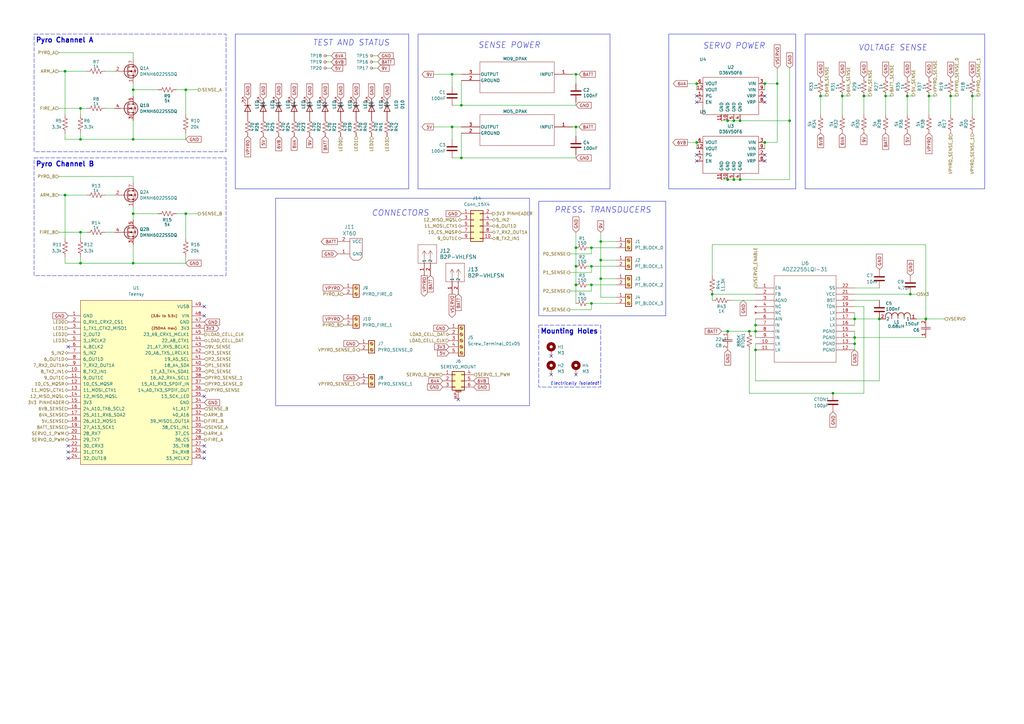
<source format=kicad_sch>
(kicad_sch (version 20231120) (generator "eeschema") (generator_version "8.0")
  (paper "A3")
  (junction (at 323.85 49.53))
  (junction (at 242.57 101.6))
  (junction (at 236.22 52.07))
  (junction (at 26.67 80.01))
  (junction (at 54.61 107.95))
  (junction (at 345.44 39.37))
  (junction (at 189.23 43.18))
  (junction (at 54.61 36.83))
  (junction (at 246.38 99.06))
  (junction (at 185.42 52.07))
  (junction (at 350.52 130.81))
  (junction (at 309.88 133.35))
  (junction (at 318.77 34.29))
  (junction (at 363.22 39.37))
  (junction (at 33.02 107.95))
  (junction (at 236.22 30.48))
  (junction (at 313.69 58.42))
  (junction (at 298.45 135.89))
  (junction (at 54.61 57.15))
  (junction (at 381 39.37))
  (junction (at 303.53 49.53))
  (junction (at 292.1 120.65))
  (junction (at 246.38 106.68))
  (junction (at 285.75 34.29))
  (junction (at 242.57 124.46))
  (junction (at 26.67 29.21))
  (junction (at 33.02 95.25))
  (junction (at 189.23 64.77))
  (junction (at 285.75 58.42))
  (junction (at 236.22 116.84))
  (junction (at 246.38 114.3))
  (junction (at 389.89 39.37))
  (junction (at 242.57 109.22))
  (junction (at 33.02 57.15))
  (junction (at 360.68 130.81))
  (junction (at 379.73 130.81))
  (junction (at 336.55 39.37))
  (junction (at 236.22 109.22))
  (junction (at 76.2 36.83))
  (junction (at 54.61 87.63))
  (junction (at 309.88 135.89))
  (junction (at 313.69 34.29))
  (junction (at 350.52 138.43))
  (junction (at 354.33 39.37))
  (junction (at 76.2 87.63))
  (junction (at 242.57 116.84))
  (junction (at 298.45 49.53))
  (junction (at 298.45 73.66))
  (junction (at 185.42 30.48))
  (junction (at 372.11 39.37))
  (junction (at 341.63 161.29))
  (junction (at 236.22 101.6))
  (junction (at 300.99 49.53))
  (junction (at 398.78 39.37))
  (junction (at 309.88 143.51))
  (junction (at 33.02 44.45))
  (junction (at 303.53 73.66))
  (junction (at 373.38 120.65))
  (junction (at 350.52 140.97))
  (junction (at 307.34 135.89))
  (junction (at 300.99 73.66))
  (no_connect (at 313.69 39.37))
  (no_connect (at 285.75 41.91))
  (no_connect (at 226.06 153.67))
  (no_connect (at 83.82 187.96))
  (no_connect (at 313.69 66.04))
  (no_connect (at 236.22 153.67))
  (no_connect (at 27.94 182.88))
  (no_connect (at 83.82 182.88))
  (no_connect (at 83.82 162.56))
  (no_connect (at 285.75 39.37))
  (no_connect (at 285.75 63.5))
  (no_connect (at 83.82 185.42))
  (no_connect (at 187.96 163.83))
  (no_connect (at 83.82 125.73))
  (no_connect (at 27.94 185.42))
  (no_connect (at 27.94 142.24))
  (no_connect (at 313.69 63.5))
  (no_connect (at 226.06 146.05))
  (no_connect (at 285.75 66.04))
  (no_connect (at 313.69 41.91))
  (no_connect (at 83.82 129.54))
  (no_connect (at 27.94 187.96))
  (wire (pts (xy 133.35 27.94) (xy 135.89 27.94)))
  (wire (pts (xy 152.4 22.86) (xy 154.94 22.86)))
  (wire (pts (xy 236.22 101.6) (xy 236.22 109.22)))
  (wire (pts (xy 341.63 161.29) (xy 307.34 161.29)))
  (wire (pts (xy 24.13 72.39) (xy 54.61 72.39)))
  (wire (pts (xy 152.4 27.94) (xy 154.94 27.94)))
  (wire (pts (xy 246.38 95.25) (xy 246.38 99.06)))
  (wire (pts (xy 285.75 34.29) (xy 285.75 36.83)))
  (wire (pts (xy 233.68 111.76) (xy 242.57 111.76)))
  (wire (pts (xy 389.89 39.37) (xy 389.89 46.99)))
  (wire (pts (xy 54.61 85.09) (xy 54.61 87.63)))
  (wire (pts (xy 233.68 127) (xy 242.57 127)))
  (wire (pts (xy 381 39.37) (xy 381 46.99)))
  (wire (pts (xy 303.53 73.66) (xy 323.85 73.66)))
  (wire (pts (xy 300.99 49.53) (xy 303.53 49.53)))
  (wire (pts (xy 345.44 39.37) (xy 345.44 46.99)))
  (wire (pts (xy 281.94 34.29) (xy 285.75 34.29)))
  (wire (pts (xy 309.88 143.51) (xy 309.88 156.21)))
  (wire (pts (xy 24.13 95.25) (xy 33.02 95.25)))
  (wire (pts (xy 300.99 73.66) (xy 303.53 73.66)))
  (wire (pts (xy 309.88 130.81) (xy 309.88 133.35)))
  (wire (pts (xy 236.22 30.48) (xy 236.22 34.29)))
  (wire (pts (xy 43.18 80.01) (xy 46.99 80.01)))
  (wire (pts (xy 307.34 135.89) (xy 309.88 135.89)))
  (wire (pts (xy 26.67 29.21) (xy 35.56 29.21)))
  (wire (pts (xy 54.61 36.83) (xy 54.61 39.37)))
  (wire (pts (xy 242.57 101.6) (xy 252.73 101.6)))
  (wire (pts (xy 313.69 34.29) (xy 313.69 36.83)))
  (wire (pts (xy 237.49 30.48) (xy 236.22 30.48)))
  (wire (pts (xy 350.52 128.27) (xy 350.52 130.81)))
  (wire (pts (xy 241.3 124.46) (xy 242.57 124.46)))
  (wire (pts (xy 76.2 87.63) (xy 76.2 97.79)))
  (wire (pts (xy 242.57 101.6) (xy 242.57 104.14)))
  (wire (pts (xy 236.22 95.25) (xy 236.22 101.6)))
  (wire (pts (xy 383.54 39.37) (xy 381 39.37)))
  (wire (pts (xy 76.2 54.61) (xy 76.2 57.15)))
  (wire (pts (xy 350.52 123.19) (xy 360.68 123.19)))
  (wire (pts (xy 318.77 34.29) (xy 318.77 58.42)))
  (wire (pts (xy 252.73 106.68) (xy 246.38 106.68)))
  (wire (pts (xy 295.91 73.66) (xy 298.45 73.66)))
  (wire (pts (xy 241.3 101.6) (xy 242.57 101.6)))
  (wire (pts (xy 35.56 44.45) (xy 33.02 44.45)))
  (wire (pts (xy 236.22 64.77) (xy 236.22 63.5)))
  (wire (pts (xy 350.52 118.11) (xy 360.68 118.11)))
  (wire (pts (xy 35.56 95.25) (xy 33.02 95.25)))
  (wire (pts (xy 33.02 44.45) (xy 33.02 46.99)))
  (wire (pts (xy 246.38 99.06) (xy 246.38 106.68)))
  (wire (pts (xy 33.02 107.95) (xy 54.61 107.95)))
  (wire (pts (xy 379.73 100.33) (xy 379.73 130.81)))
  (wire (pts (xy 313.69 58.42) (xy 313.69 60.96)))
  (wire (pts (xy 323.85 49.53) (xy 323.85 73.66)))
  (wire (pts (xy 336.55 39.37) (xy 336.55 46.99)))
  (wire (pts (xy 54.61 34.29) (xy 54.61 36.83)))
  (wire (pts (xy 33.02 95.25) (xy 33.02 97.79)))
  (wire (pts (xy 347.98 39.37) (xy 345.44 39.37)))
  (wire (pts (xy 350.52 120.65) (xy 373.38 120.65)))
  (wire (pts (xy 318.77 58.42) (xy 313.69 58.42)))
  (wire (pts (xy 26.67 107.95) (xy 33.02 107.95)))
  (wire (pts (xy 360.68 130.81) (xy 360.68 156.21)))
  (wire (pts (xy 292.1 113.03) (xy 292.1 100.33)))
  (wire (pts (xy 26.67 105.41) (xy 26.67 107.95)))
  (wire (pts (xy 318.77 27.94) (xy 318.77 34.29)))
  (wire (pts (xy 54.61 87.63) (xy 64.77 87.63)))
  (wire (pts (xy 33.02 57.15) (xy 54.61 57.15)))
  (wire (pts (xy 185.42 30.48) (xy 185.42 35.56)))
  (wire (pts (xy 54.61 107.95) (xy 76.2 107.95)))
  (wire (pts (xy 189.23 43.18) (xy 236.22 43.18)))
  (wire (pts (xy 133.35 25.4) (xy 135.89 25.4)))
  (wire (pts (xy 54.61 36.83) (xy 64.77 36.83)))
  (wire (pts (xy 374.65 39.37) (xy 372.11 39.37)))
  (wire (pts (xy 365.76 39.37) (xy 363.22 39.37)))
  (wire (pts (xy 298.45 49.53) (xy 300.99 49.53)))
  (wire (pts (xy 398.78 39.37) (xy 398.78 46.99)))
  (wire (pts (xy 373.38 120.65) (xy 375.92 120.65)))
  (wire (pts (xy 24.13 29.21) (xy 26.67 29.21)))
  (wire (pts (xy 303.53 49.53) (xy 323.85 49.53)))
  (wire (pts (xy 246.38 106.68) (xy 246.38 114.3)))
  (wire (pts (xy 76.2 105.41) (xy 76.2 107.95)))
  (wire (pts (xy 309.88 135.89) (xy 309.88 138.43)))
  (wire (pts (xy 350.52 125.73) (xy 354.33 125.73)))
  (wire (pts (xy 350.52 135.89) (xy 350.52 138.43)))
  (wire (pts (xy 54.61 87.63) (xy 54.61 90.17)))
  (wire (pts (xy 252.73 121.92) (xy 246.38 121.92)))
  (wire (pts (xy 237.49 52.07) (xy 236.22 52.07)))
  (wire (pts (xy 350.52 130.81) (xy 360.68 130.81)))
  (wire (pts (xy 350.52 130.81) (xy 350.52 133.35)))
  (wire (pts (xy 299.72 123.19) (xy 309.88 123.19)))
  (wire (pts (xy 295.91 135.89) (xy 298.45 135.89)))
  (wire (pts (xy 252.73 99.06) (xy 246.38 99.06)))
  (wire (pts (xy 356.87 39.37) (xy 354.33 39.37)))
  (wire (pts (xy 81.28 87.63) (xy 76.2 87.63)))
  (wire (pts (xy 354.33 161.29) (xy 341.63 161.29)))
  (wire (pts (xy 185.42 30.48) (xy 189.23 30.48)))
  (wire (pts (xy 26.67 80.01) (xy 35.56 80.01)))
  (wire (pts (xy 242.57 109.22) (xy 252.73 109.22)))
  (wire (pts (xy 133.35 22.86) (xy 135.89 22.86)))
  (wire (pts (xy 242.57 116.84) (xy 252.73 116.84)))
  (wire (pts (xy 236.22 116.84) (xy 236.22 124.46)))
  (wire (pts (xy 241.3 109.22) (xy 242.57 109.22)))
  (wire (pts (xy 189.23 64.77) (xy 185.42 64.77)))
  (wire (pts (xy 292.1 120.65) (xy 292.1 123.19)))
  (wire (pts (xy 54.61 57.15) (xy 76.2 57.15)))
  (wire (pts (xy 43.18 44.45) (xy 46.99 44.45)))
  (wire (pts (xy 185.42 52.07) (xy 185.42 57.15)))
  (wire (pts (xy 246.38 114.3) (xy 252.73 114.3)))
  (wire (pts (xy 43.18 29.21) (xy 46.99 29.21)))
  (wire (pts (xy 242.57 124.46) (xy 242.57 127)))
  (wire (pts (xy 292.1 100.33) (xy 379.73 100.33)))
  (wire (pts (xy 295.91 49.53) (xy 298.45 49.53)))
  (wire (pts (xy 54.61 57.15) (xy 54.61 49.53)))
  (wire (pts (xy 398.78 39.37) (xy 401.32 39.37)))
  (wire (pts (xy 242.57 124.46) (xy 252.73 124.46)))
  (wire (pts (xy 152.4 25.4) (xy 154.94 25.4)))
  (wire (pts (xy 236.22 30.48) (xy 234.95 30.48)))
  (wire (pts (xy 242.57 109.22) (xy 242.57 111.76)))
  (wire (pts (xy 24.13 21.59) (xy 54.61 21.59)))
  (wire (pts (xy 241.3 116.84) (xy 242.57 116.84)))
  (wire (pts (xy 363.22 39.37) (xy 363.22 46.99)))
  (wire (pts (xy 350.52 138.43) (xy 379.73 138.43)))
  (wire (pts (xy 246.38 114.3) (xy 246.38 121.92)))
  (wire (pts (xy 33.02 57.15) (xy 33.02 54.61)))
  (wire (pts (xy 72.39 36.83) (xy 76.2 36.83)))
  (wire (pts (xy 236.22 43.18) (xy 236.22 41.91)))
  (wire (pts (xy 233.68 119.38) (xy 242.57 119.38)))
  (wire (pts (xy 292.1 120.65) (xy 309.88 120.65)))
  (wire (pts (xy 177.8 30.48) (xy 185.42 30.48)))
  (wire (pts (xy 281.94 58.42) (xy 285.75 58.42)))
  (wire (pts (xy 318.77 34.29) (xy 313.69 34.29)))
  (wire (pts (xy 81.28 36.83) (xy 76.2 36.83)))
  (wire (pts (xy 26.67 29.21) (xy 26.67 46.99)))
  (wire (pts (xy 189.23 64.77) (xy 236.22 64.77)))
  (wire (pts (xy 298.45 73.66) (xy 300.99 73.66)))
  (wire (pts (xy 54.61 72.39) (xy 54.61 74.93)))
  (wire (pts (xy 354.33 125.73) (xy 354.33 161.29)))
  (wire (pts (xy 177.8 52.07) (xy 185.42 52.07)))
  (wire (pts (xy 307.34 143.51) (xy 307.34 161.29)))
  (wire (pts (xy 372.11 39.37) (xy 372.11 46.99)))
  (wire (pts (xy 189.23 33.02) (xy 189.23 43.18)))
  (wire (pts (xy 379.73 130.81) (xy 387.35 130.81)))
  (wire (pts (xy 189.23 43.18) (xy 185.42 43.18)))
  (wire (pts (xy 26.67 80.01) (xy 26.67 97.79)))
  (wire (pts (xy 285.75 58.42) (xy 285.75 60.96)))
  (wire (pts (xy 242.57 116.84) (xy 242.57 119.38)))
  (wire (pts (xy 350.52 140.97) (xy 350.52 143.51)))
  (wire (pts (xy 26.67 54.61) (xy 26.67 57.15)))
  (wire (pts (xy 379.73 130.81) (xy 375.92 130.81)))
  (wire (pts (xy 24.13 80.01) (xy 26.67 80.01)))
  (wire (pts (xy 298.45 135.89) (xy 307.34 135.89)))
  (wire (pts (xy 309.88 140.97) (xy 309.88 143.51)))
  (wire (pts (xy 354.33 39.37) (xy 354.33 46.99)))
  (wire (pts (xy 309.88 156.21) (xy 360.68 156.21)))
  (wire (pts (xy 33.02 107.95) (xy 33.02 105.41)))
  (wire (pts (xy 24.13 44.45) (xy 33.02 44.45)))
  (wire (pts (xy 236.22 52.07) (xy 234.95 52.07)))
  (wire (pts (xy 236.22 109.22) (xy 236.22 116.84)))
  (wire (pts (xy 189.23 54.61) (xy 189.23 64.77)))
  (wire (pts (xy 236.22 52.07) (xy 236.22 55.88)))
  (wire (pts (xy 350.52 138.43) (xy 350.52 140.97)))
  (wire (pts (xy 54.61 107.95) (xy 54.61 100.33)))
  (wire (pts (xy 76.2 36.83) (xy 76.2 46.99)))
  (wire (pts (xy 43.18 95.25) (xy 46.99 95.25)))
  (wire (pts (xy 389.89 39.37) (xy 392.43 39.37)))
  (wire (pts (xy 26.67 57.15) (xy 33.02 57.15)))
  (wire (pts (xy 185.42 52.07) (xy 189.23 52.07)))
  (wire (pts (xy 54.61 21.59) (xy 54.61 24.13)))
  (wire (pts (xy 72.39 87.63) (xy 76.2 87.63)))
  (wire (pts (xy 309.88 133.35) (xy 309.88 135.89)))
  (wire (pts (xy 339.09 39.37) (xy 336.55 39.37)))
  (wire (pts (xy 323.85 27.94) (xy 323.85 49.53)))
  (wire (pts (xy 233.68 104.14) (xy 242.57 104.14)))
  (rectangle (start 113.03 81.28) (end 217.17 166.37))
  (rectangle (start 13.97 64.77) (end 92.71 113.03) (stroke (width 0) (type dash)))
  (rectangle (start 171.45 13.97) (end 250.19 77.47))
  (rectangle (start 96.52 13.97) (end 167.64 77.47))
  (rectangle (start 330.2 13.97) (end 403.86 77.47))
  (rectangle (start 274.32 13.97) (end 326.39 77.47))
  (rectangle (start 13.97 13.97) (end 92.71 62.23) (stroke (width 0) (type dash)))
  (rectangle (start 220.98 82.55) (end 273.05 129.54))
  (rectangle (start 220.98 133.35) (end 246.38 158.75) (stroke (width 0) (type dash)))
  (text "Mounting Holes" (at 221.615 137.16 0) (effects (font (size 2 2) (thickness 0.4) (bold yes)) (justify left bottom)))
  (text "CONNECTORS" (at 152.4 88.9 0) (effects (font (size 2.3876 2.3876) (italic yes)) (justify left bottom)))
  (text "Pyro Channel B" (at 14.605 68.58 0) (effects (font (size 2 2) (thickness 0.4) (bold yes)) (justify left bottom)))
  (text "TEST AND STATUS\n" (at 128.27 19.05 0) (effects (font (size 2.3876 2.3876) (italic yes)) (justify left bottom)))
  (text "PRESS. TRANSDUCERS" (at 227.33 87.63 0) (effects (font (size 2.3876 2.3876) (italic yes)) (justify left bottom)))
  (text "Electrically isolated!" (at 245.745 158.115 0) (effects (font (size 1.27 1.27) (italic yes)) (justify right bottom)))
  (text "VOLTAGE SENSE" (at 352.044 21.082 0) (effects (font (size 2.3876 2.3876) (italic yes)) (justify left bottom)))
  (text "SENSE POWER\n" (at 196.088 20.066 0) (effects (font (size 2.3876 2.3876) (italic yes)) (justify left bottom)))
  (text "SERVO POWER" (at 288.29 20.32 0) (effects (font (size 2.3876 2.3876) (italic yes)) (justify left bottom)))
  (text "Pyro Channel A" (at 14.605 17.78 0) (effects (font (size 2 2) (thickness 0.4) (bold yes)) (justify left bottom)))
  (global_label "GND" (shape input) (at 83.82 132.08 0) (property "Intersheetrefs" "${INTERSHEET_REFS}" (effects (hide yes))))
  (global_label "9V" (shape output) (at 177.8 30.48 180) (property "Intersheetrefs" "${INTERSHEET_REFS}" (effects (hide yes))))
  (global_label "GND" (shape input) (at 372.11 31.75 90) (property "Intersheetrefs" "${INTERSHEET_REFS}" (effects (hide yes))))
  (global_label "GND" (shape input) (at 398.78 31.75 90) (property "Intersheetrefs" "${INTERSHEET_REFS}" (effects (hide yes))))
  (global_label "6VA" (shape input) (at 181.61 156.21 180) (property "Intersheetrefs" "${INTERSHEET_REFS}" (effects (hide yes))))
  (global_label "GND" (shape input) (at 158.75 40.64 90) (property "Intersheetrefs" "${INTERSHEET_REFS}" (effects (hide yes))))
  (global_label "GND" (shape input) (at 139.7 40.64 90) (property "Intersheetrefs" "${INTERSHEET_REFS}" (effects (hide yes))))
  (global_label "VPYRO" (shape input) (at 140.97 130.81 180) (property "Intersheetrefs" "${INTERSHEET_REFS}" (effects (hide yes))))
  (global_label "GND" (shape input) (at 381 31.75 90) (property "Intersheetrefs" "${INTERSHEET_REFS}" (effects (hide yes))))
  (global_label "GND" (shape input) (at 83.82 165.1 0) (property "Intersheetrefs" "${INTERSHEET_REFS}" (effects (hide yes))))
  (global_label "GND" (shape input) (at 114.3 40.64 90) (property "Intersheetrefs" "${INTERSHEET_REFS}" (effects (hide yes))))
  (global_label "6VB" (shape input) (at 114.3 55.88 270) (property "Intersheetrefs" "${INTERSHEET_REFS}" (effects (hide yes))))
  (global_label "GND" (shape input) (at 27.94 129.54 180) (property "Intersheetrefs" "${INTERSHEET_REFS}" (effects (hide yes))))
  (global_label "GND" (shape input) (at 304.8 123.19 270) (property "Intersheetrefs" "${INTERSHEET_REFS}" (effects (hide yes))))
  (global_label "GND" (shape input) (at 341.63 168.91 270) (property "Intersheetrefs" "${INTERSHEET_REFS}" (effects (hide yes))))
  (global_label "BATT" (shape input) (at 237.49 52.07 0) (property "Intersheetrefs" "${INTERSHEET_REFS}" (effects (hide yes))))
  (global_label "VSERVO" (shape output) (at 185.42 120.65 270) (property "Intersheetrefs" "${INTERSHEET_REFS}" (effects (hide yes))))
  (global_label "BATT" (shape input) (at 133.35 55.88 270) (property "Intersheetrefs" "${INTERSHEET_REFS}" (effects (hide yes))))
  (global_label "5V" (shape input) (at 184.15 144.78 180) (property "Intersheetrefs" "${INTERSHEET_REFS}" (effects (hide yes))))
  (global_label "6VB" (shape input) (at 194.31 156.21 0) (property "Intersheetrefs" "${INTERSHEET_REFS}" (effects (hide yes))))
  (global_label "6VB" (shape output) (at 281.94 58.42 180) (property "Intersheetrefs" "${INTERSHEET_REFS}" (effects (hide yes))))
  (global_label "GND" (shape input) (at 127 40.64 90) (property "Intersheetrefs" "${INTERSHEET_REFS}" (effects (hide yes))))
  (global_label "6VA" (shape output) (at 281.94 34.29 180) (property "Intersheetrefs" "${INTERSHEET_REFS}" (effects (hide yes))))
  (global_label "GND" (shape input) (at 389.89 31.75 90) (property "Intersheetrefs" "${INTERSHEET_REFS}" (effects (hide yes))))
  (global_label "BATT" (shape input) (at 363.22 54.61 270) (property "Intersheetrefs" "${INTERSHEET_REFS}" (effects (hide yes))))
  (global_label "GND" (shape input) (at 147.32 154.94 180) (property "Intersheetrefs" "${INTERSHEET_REFS}" (effects (hide yes))))
  (global_label "BATT" (shape input) (at 187.96 120.65 270) (property "Intersheetrefs" "${INTERSHEET_REFS}" (effects (hide yes))))
  (global_label "9V" (shape input) (at 246.38 95.25 90) (property "Intersheetrefs" "${INTERSHEET_REFS}" (effects (hide yes))))
  (global_label "5V" (shape input) (at 372.11 54.61 270) (property "Intersheetrefs" "${INTERSHEET_REFS}" (effects (hide yes))))
  (global_label "6VA" (shape input) (at 120.65 55.88 270) (property "Intersheetrefs" "${INTERSHEET_REFS}" (effects (hide yes))))
  (global_label "3V3" (shape output) (at 83.82 134.62 0) (property "Intersheetrefs" "${INTERSHEET_REFS}" (effects (hide yes))))
  (global_label "VPYRO" (shape output) (at 173.99 113.03 270) (property "Intersheetrefs" "${INTERSHEET_REFS}" (effects (hide yes))))
  (global_label "6VA" (shape input) (at 135.89 22.86 0) (property "Intersheetrefs" "${INTERSHEET_REFS}" (effects (hide yes))))
  (global_label "GND" (shape input) (at 350.52 143.51 270) (property "Intersheetrefs" "${INTERSHEET_REFS}" (effects (hide yes))))
  (global_label "6VB" (shape input) (at 135.89 25.4 0) (property "Intersheetrefs" "${INTERSHEET_REFS}" (effects (hide yes))))
  (global_label "GND" (shape input) (at 189.23 87.63 180) (property "Intersheetrefs" "${INTERSHEET_REFS}" (effects (hide yes))))
  (global_label "GND" (shape input) (at 146.05 40.64 90) (property "Intersheetrefs" "${INTERSHEET_REFS}" (effects (hide yes))))
  (global_label "GND" (shape input) (at 76.2 57.15 0) (property "Intersheetrefs" "${INTERSHEET_REFS}" (effects (hide yes))))
  (global_label "GND" (shape input) (at 236.22 64.77 0) (property "Intersheetrefs" "${INTERSHEET_REFS}" (effects (hide yes))))
  (global_label "BATT" (shape input) (at 237.49 30.48 0) (property "Intersheetrefs" "${INTERSHEET_REFS}" (effects (hide yes))))
  (global_label "3V3" (shape input) (at 184.15 142.24 180) (property "Intersheetrefs" "${INTERSHEET_REFS}" (effects (hide yes))))
  (global_label "VSERVO" (shape input) (at 318.77 27.94 90) (property "Intersheetrefs" "${INTERSHEET_REFS}" (effects (hide yes))))
  (global_label "GND" (shape input) (at 336.55 31.75 90) (property "Intersheetrefs" "${INTERSHEET_REFS}" (effects (hide yes))))
  (global_label "GND" (shape input) (at 236.22 95.25 90) (property "Intersheetrefs" "${INTERSHEET_REFS}" (effects (hide yes))))
  (global_label "5V" (shape output) (at 177.8 52.07 180) (property "Intersheetrefs" "${INTERSHEET_REFS}" (effects (hide yes))))
  (global_label "GND" (shape input) (at 194.31 158.75 0) (property "Intersheetrefs" "${INTERSHEET_REFS}" (effects (hide yes))))
  (global_label "9V" (shape input) (at 154.94 27.94 0) (property "Intersheetrefs" "${INTERSHEET_REFS}" (effects (hide yes))))
  (global_label "GND" (shape input) (at 360.68 110.49 90) (property "Intersheetrefs" "${INTERSHEET_REFS}" (effects (hide yes))))
  (global_label "GND" (shape input) (at 76.2 107.95 0) (property "Intersheetrefs" "${INTERSHEET_REFS}" (effects (hide yes))))
  (global_label "GND" (shape input) (at 138.43 104.14 180) (property "Intersheetrefs" "${INTERSHEET_REFS}" (effects (hide yes))))
  (global_label "BATT" (shape output) (at 138.43 99.06 180) (property "Intersheetrefs" "${INTERSHEET_REFS}" (effects (hide yes))))
  (global_label "9V" (shape input) (at 127 55.88 270) (property "Intersheetrefs" "${INTERSHEET_REFS}" (effects (hide yes))))
  (global_label "BATT" (shape input) (at 295.91 135.89 180) (property "Intersheetrefs" "${INTERSHEET_REFS}" (effects (hide yes))))
  (global_label "GND" (shape input) (at 107.95 40.64 90) (property "Intersheetrefs" "${INTERSHEET_REFS}" (effects (hide yes))))
  (global_label "VPYRO" (shape input) (at 381 54.61 270) (property "Intersheetrefs" "${INTERSHEET_REFS}" (effects (hide yes))))
  (global_label "GND" (shape input) (at 152.4 40.64 90) (property "Intersheetrefs" "${INTERSHEET_REFS}" (effects (hide yes))))
  (global_label "BATT" (shape input) (at 154.94 25.4 0) (property "Intersheetrefs" "${INTERSHEET_REFS}" (effects (hide yes))))
  (global_label "6VA" (shape input) (at 345.44 54.61 270) (property "Intersheetrefs" "${INTERSHEET_REFS}" (effects (hide yes))))
  (global_label "GND" (shape input) (at 323.85 27.94 90) (property "Intersheetrefs" "${INTERSHEET_REFS}" (effects (hide yes))))
  (global_label "GND" (shape input) (at 101.6 40.64 90) (property "Intersheetrefs" "${INTERSHEET_REFS}" (effects (hide yes))))
  (global_label "GND" (shape input) (at 236.22 43.18 0) (property "Intersheetrefs" "${INTERSHEET_REFS}" (effects (hide yes))))
  (global_label "6VB" (shape input) (at 336.55 54.61 270) (property "Intersheetrefs" "${INTERSHEET_REFS}" (effects (hide yes))))
  (global_label "GND" (shape input) (at 147.32 140.97 180) (property "Intersheetrefs" "${INTERSHEET_REFS}" (effects (hide yes))))
  (global_label "5V" (shape input) (at 135.89 27.94 0) (property "Intersheetrefs" "${INTERSHEET_REFS}" (effects (hide yes))))
  (global_label "VPYRO" (shape input) (at 101.6 55.88 270) (property "Intersheetrefs" "${INTERSHEET_REFS}" (effects (hide yes))))
  (global_label "GND" (shape input) (at 354.33 31.75 90) (property "Intersheetrefs" "${INTERSHEET_REFS}" (effects (hide yes))))
  (global_label "BATT" (shape input) (at 176.53 113.03 270) (property "Intersheetrefs" "${INTERSHEET_REFS}" (effects (hide yes))))
  (global_label "GND" (shape input) (at 120.65 40.64 90) (property "Intersheetrefs" "${INTERSHEET_REFS}" (effects (hide yes))))
  (global_label "GND" (shape input) (at 298.45 143.51 270) (property "Intersheetrefs" "${INTERSHEET_REFS}" (effects (hide yes))))
  (global_label "GND" (shape input) (at 154.94 22.86 0) (property "Intersheetrefs" "${INTERSHEET_REFS}" (effects (hide yes))))
  (global_label "9V" (shape input) (at 354.33 54.61 270) (property "Intersheetrefs" "${INTERSHEET_REFS}" (effects (hide yes))))
  (global_label "GND" (shape input) (at 184.15 134.62 180) (property "Intersheetrefs" "${INTERSHEET_REFS}" (effects (hide yes))))
  (global_label "5V" (shape input) (at 107.95 55.88 270) (property "Intersheetrefs" "${INTERSHEET_REFS}" (effects (hide yes))))
  (global_label "GND" (shape input) (at 133.35 40.64 90) (property "Intersheetrefs" "${INTERSHEET_REFS}" (effects (hide yes))))
  (global_label "GND" (shape input) (at 181.61 158.75 180) (property "Intersheetrefs" "${INTERSHEET_REFS}" (effects (hide yes))))
  (global_label "GND" (shape input) (at 373.38 113.03 90) (property "Intersheetrefs" "${INTERSHEET_REFS}" (effects (hide yes))))
  (global_label "GND" (shape input) (at 363.22 31.75 90) (property "Intersheetrefs" "${INTERSHEET_REFS}" (effects (hide yes))))
  (global_label "GND" (shape input) (at 345.44 31.75 90) (property "Intersheetrefs" "${INTERSHEET_REFS}" (effects (hide yes))))
  (global_label "VPYRO" (shape input) (at 140.97 118.11 180) (property "Intersheetrefs" "${INTERSHEET_REFS}" (effects (hide yes))))
  (hierarchical_label "FIRE_B" (shape input) (at 24.13 95.25 180))
  (hierarchical_label "PYRO_SENSE_0" (shape output) (at 392.43 39.37 90))
  (hierarchical_label "FIRE_A" (shape input) (at 24.13 44.45 180))
  (hierarchical_label "P0_SENSE" (shape output) (at 233.68 104.14 180))
  (hierarchical_label "11_MOSI_CTX1" (shape bidirectional) (at 189.23 92.71 180))
  (hierarchical_label "ARM_B" (shape input) (at 24.13 80.01 180))
  (hierarchical_label "ARM_A" (shape output) (at 83.82 177.8 0))
  (hierarchical_label "P1_SENSE" (shape input) (at 83.82 149.86 0))
  (hierarchical_label "7_RX2_OUT1A" (shape bidirectional) (at 27.94 149.86 180))
  (hierarchical_label "LED2" (shape input) (at 27.94 137.16 180))
  (hierarchical_label "VPYRO_SENSE_0" (shape output) (at 147.32 143.51 180))
  (hierarchical_label "BATT_SENSE" (shape output) (at 365.76 39.37 90))
  (hierarchical_label "6VB_SENSE" (shape input) (at 27.94 167.64 180))
  (hierarchical_label "LOAD_CELL_CLK" (shape input) (at 184.15 139.7 180))
  (hierarchical_label "SENSE_B" (shape output) (at 81.28 87.63 0))
  (hierarchical_label "FIRE_A" (shape output) (at 83.82 180.34 0))
  (hierarchical_label "FIRE_B" (shape output) (at 83.82 172.72 0))
  (hierarchical_label "P2_SENSE" (shape output) (at 233.68 119.38 180))
  (hierarchical_label "5V_SENSE" (shape output) (at 374.65 39.37 90))
  (hierarchical_label "6VA_SENSE" (shape output) (at 347.98 39.37 90))
  (hierarchical_label "9_OUT1C" (shape bidirectional) (at 189.23 97.79 180))
  (hierarchical_label "LED1" (shape input) (at 27.94 134.62 180))
  (hierarchical_label "11_MOSI_CTX1" (shape bidirectional) (at 27.94 160.02 180))
  (hierarchical_label "SERVO_0_PWM" (shape input) (at 181.61 153.67 180))
  (hierarchical_label "SENSE_B" (shape input) (at 83.82 167.64 0))
  (hierarchical_label "6_OUT1D" (shape bidirectional) (at 201.93 92.71 0))
  (hierarchical_label "3V3 PINHEADER" (shape output) (at 201.93 87.63 0))
  (hierarchical_label "LOAD_CELL_CLK" (shape output) (at 83.82 137.16 0))
  (hierarchical_label "8_TX2_IN1" (shape bidirectional) (at 201.93 97.79 0))
  (hierarchical_label "12_MISO_MQSL" (shape bidirectional) (at 27.94 162.56 180))
  (hierarchical_label "VSERVO" (shape input) (at 387.35 130.81 0))
  (hierarchical_label "LOAD_CELL_DAT" (shape bidirectional) (at 184.15 137.16 180))
  (hierarchical_label "P1_SENSE" (shape output) (at 233.68 111.76 180))
  (hierarchical_label "LED3" (shape input) (at 158.75 55.88 270))
  (hierarchical_label "PYRO_A" (shape input) (at 24.13 21.59 180))
  (hierarchical_label "SERVO_1_PWM" (shape output) (at 27.94 177.8 180))
  (hierarchical_label "SERVO_0_PWM" (shape output) (at 27.94 180.34 180))
  (hierarchical_label "P3_SENSE" (shape output) (at 233.68 127 180))
  (hierarchical_label "6VA_SENSE" (shape input) (at 27.94 170.18 180))
  (hierarchical_label "7_RX2_OUT1A" (shape bidirectional) (at 201.93 95.25 0))
  (hierarchical_label "3V3 PINHEADER" (shape output) (at 27.94 165.1 180))
  (hierarchical_label "6VB_SENSE" (shape output) (at 339.09 39.37 90))
  (hierarchical_label "BATT_SENSE" (shape input) (at 27.94 175.26 180))
  (hierarchical_label "9_OUT1C" (shape bidirectional) (at 27.94 154.94 180))
  (hierarchical_label "VPYRO_SENSE_1" (shape input) (at 398.78 54.61 270))
  (hierarchical_label "PYRO_SENSE_1" (shape input) (at 83.82 154.94 0))
  (hierarchical_label "8_TX2_IN1" (shape bidirectional) (at 27.94 152.4 180))
  (hierarchical_label "LED0" (shape input) (at 139.7 55.88 270))
  (hierarchical_label "VPYRO_SENSE" (shape output) (at 383.54 39.37 90))
  (hierarchical_label "VPYRO_SENSE_1" (shape output) (at 147.32 157.48 180))
  (hierarchical_label "SENSE_A" (shape input) (at 83.82 175.26 0))
  (hierarchical_label "SENSE_A" (shape output) (at 81.28 36.83 0))
  (hierarchical_label "SERVO_1_PWM" (shape input) (at 194.31 153.67 0))
  (hierarchical_label "5_IN2" (shape bidirectional) (at 27.94 144.78 180))
  (hierarchical_label "LOAD_CELL_DAT" (shape bidirectional) (at 83.82 139.7 0))
  (hierarchical_label "LED3" (shape input) (at 27.94 139.7 180))
  (hierarchical_label "10_CS_MQSR" (shape bidirectional) (at 27.94 157.48 180))
  (hierarchical_label "10_CS_MQSR" (shape bidirectional) (at 189.23 95.25 180))
  (hierarchical_label "VPYRO_SENSE_0" (shape input) (at 389.89 54.61 270))
  (hierarchical_label "5_IN2" (shape bidirectional) (at 201.93 90.17 0))
  (hierarchical_label "ARM_B" (shape output) (at 83.82 170.18 0))
  (hierarchical_label "12_MISO_MQSL" (shape bidirectional) (at 189.23 90.17 180))
  (hierarchical_label "5V_SENSE" (shape input) (at 27.94 172.72 180))
  (hierarchical_label "LED2" (shape input) (at 152.4 55.88 270))
  (hierarchical_label "5V3" (shape input) (at 375.92 120.65 0))
  (hierarchical_label "6_OUT1D" (shape bidirectional) (at 27.94 147.32 180))
  (hierarchical_label "ARM_A" (shape input) (at 24.13 29.21 180))
  (hierarchical_label "PYRO_B" (shape input) (at 24.13 72.39 180))
  (hierarchical_label "LED1" (shape input) (at 146.05 55.88 270))
  (hierarchical_label "P2_SENSE" (shape input) (at 83.82 147.32 0))
  (hierarchical_label "PYRO_A" (shape input) (at 140.97 120.65 180))
  (hierarchical_label "PYRO_SENSE_1" (shape output) (at 401.32 39.37 90))
  (hierarchical_label "LED0" (shape input) (at 27.94 132.08 180))
  (hierarchical_label "9V_SENSE" (shape output) (at 356.87 39.37 90))
  (hierarchical_label "P3_SENSE" (shape input) (at 83.82 144.78 0))
  (hierarchical_label "PYRO_SENSE_0" (shape input) (at 83.82 157.48 0))
  (hierarchical_label "VSERVO_ENABLE" (shape input) (at 309.88 118.11 90))
  (hierarchical_label "VPYRO_SENSE" (shape input) (at 83.82 160.02 0))
  (hierarchical_label "PYRO_B" (shape input) (at 140.97 133.35 180))
  (hierarchical_label "P0_SENSE" (shape input) (at 83.82 152.4 0))
  (hierarchical_label "9V_SENSE" (shape input) (at 83.82 142.24 0))
  (symbol (lib_id "B2P-VH:B2P-VHLFSN") (at 173.99 113.03 90) (unit 1)
    (property "Reference" "J12" (at 180.34 102.8699 90) (effects (font (size 1.524 1.524)) (justify right)))
    (property "Value" "B2P-VHLFSN" (at 180.34 105.4099 90) (effects (font (size 1.524 1.524)) (justify right)))
    (property "Footprint" "B2P-VH:CONN_B2P-VH_JST" (effects (hide yes)))
    (property "Datasheet" "B2P-VHLFSN" (effects (hide yes)))
  )
  (symbol (lib_id "Connector:TestPoint_Small") (at 152.4 27.94 0) (mirror y) (unit 1)
    (property "Reference" "TP17" (at 151.13 27.94 0) (effects (justify left)))
    (property "Value" "TEST_9V" (effects (hide yes)))
    (property "Footprint" "TestPoint:TestPoint_Pad_D1.0mm" (effects (hide yes)))
  )
  (symbol (lib_id "Device:R_US") (at 398.78 35.56 180) (unit 1)
    (property "Reference" "R18" (at 394.97 35.56 90))
    (property "Value" "1k" (at 396.875 35.56 90))
    (property "Footprint" "Resistor_SMD:R_0603_1608Metric" (effects (hide yes)))
  )
  (symbol (lib_id "D24V50F5:C") (at 236.22 38.1 0) (unit 1)
    (property "Reference" "C2" (at 239.141 36.9316 0) (effects (justify left)))
    (property "Value" "100nF" (at 239.141 39.243 0) (effects (justify left)))
    (property "Footprint" "Capacitor_SMD:C_0805_2012Metric_Pad1.18x1.45mm_HandSolder" (effects (hide yes)))
  )
  (symbol (lib_id "Device:LED") (at 139.7 44.45 270) (unit 1)
    (property "Reference" "D7" (at 146.05 42.8625 0))
    (property "Value" "LED" (at 143.51 42.8625 0))
    (property "Footprint" "LED_SMD:LED_0603_1608Metric" (effects (hide yes)))
  )
  (symbol (lib_id "Connector:Screw_Terminal_01x05") (at 189.23 139.7 0) (unit 1)
    (property "Reference" "J5" (at 191.77 138.43 0) (effects (justify left)))
    (property "Value" "Screw_Terminal_01x05" (at 191.77 140.97 0) (effects (justify left)))
    (property "Footprint" "TerminalBlock_Phoenix:TerminalBlock_Phoenix_MPT-0,5-5-2.54_1x05_P2.54mm_Horizontal" (effects (hide yes)))
  )
  (symbol (lib_id "Device:R_US") (at 398.78 50.8 180) (unit 1)
    (property "Reference" "R20" (at 396.24 50.8 90))
    (property "Value" "5k" (at 394.335 50.8 90))
    (property "Footprint" "Resistor_SMD:R_0603_1608Metric" (effects (hide yes)))
  )
  (symbol (lib_id "Device:C") (at 373.38 116.84 0) (unit 1)
    (property "Reference" "C9" (at 368.046 115.57 0) (effects (justify left)))
    (property "Value" "4.7uF" (at 368.046 118.11 0) (effects (justify left)))
    (property "Footprint" "Capacitor_SMD:C_0805_2012Metric_Pad1.18x1.45mm_HandSolder" (effects (hide yes)))
    (property "Description" "Unpolarized capacitor" (effects (hide yes)))
  )
  (symbol (lib_id "Transistor_FET_Diodes:DMNH6022SSDQ") (at 54.61 44.45 0) (unit 2)
    (property "Reference" "Q1" (at 57.277 43.2379 0) (effects (justify left)))
    (property "Value" "DMNH6022SSDQ" (at 57.277 45.6621 0) (effects (justify left)))
    (property "Footprint" "Package_SO:SO-8_3.9x4.9mm_P1.27mm" (effects (hide yes)))
    (property "Datasheet" "https://www.diodes.com/assets/Datasheets/DMNH6022SSDQ.pdf" (effects (hide yes)))
  )
  (symbol (lib_id "D24V50F5:C") (at 185.42 60.96 0) (unit 1)
    (property "Reference" "C3" (at 180.086 59.436 0) (effects (justify left)))
    (property "Value" "100nF" (at 176.784 61.976 0) (effects (justify left)))
    (property "Footprint" "Capacitor_SMD:C_0805_2012Metric_Pad1.18x1.45mm_HandSolder" (effects (hide yes)))
  )
  (symbol (lib_id "Transistor_FET_Diodes:DMNH6022SSDQ") (at 54.61 29.21 0) (unit 1)
    (property "Reference" "Q1" (at 57.277 27.9979 0) (effects (justify left)))
    (property "Value" "DMNH6022SSDQ" (at 57.277 30.4221 0) (effects (justify left)))
    (property "Footprint" "Package_SO:SO-8_3.9x4.9mm_P1.27mm" (effects (hide yes)))
    (property "Datasheet" "https://www.diodes.com/assets/Datasheets/DMNH6022SSDQ.pdf" (effects (hide yes)))
  )
  (symbol (lib_id "Device:R_US") (at 345.44 50.8 180) (unit 1)
    (property "Reference" "R32" (at 342.9 50.8 90))
    (property "Value" "5k" (at 340.995 50.8 90))
    (property "Footprint" "Resistor_SMD:R_0603_1608Metric" (effects (hide yes)))
  )
  (symbol (lib_id "A0Z2255LQI:AOZ2255LQI-31") (at 309.88 118.11 0) (unit 1)
    (property "Reference" "U6" (at 330.2 107.95 0) (effects (font (size 1.524 1.524))))
    (property "Value" "AOZ2255LQI-31" (at 330.2 110.49 0) (effects (font (size 1.524 1.524))))
    (property "Footprint" "QFN_4X4_22L-EP2_S_AOS" (effects (hide yes)))
    (property "Datasheet" "AOZ2255LQI-31" (effects (hide yes)))
  )
  (symbol (lib_id "Connector:Screw_Terminal_01x02") (at 146.05 130.81 0) (unit 1)
    (property "Reference" "J10" (at 148.59 130.81 0) (effects (justify left)))
    (property "Value" "PYRO_FIRE_1" (at 148.59 133.35 0) (effects (justify left)))
    (property "Footprint" "TerminalBlock_Phoenix:TerminalBlock_Phoenix_MPT-0,5-2-2.54_1x02_P2.54mm_Horizontal" (effects (hide yes)))
  )
  (symbol (lib_id "teensy:Teensy4.1_bare") (at 55.88 184.15 0) (unit 1)
    (property "Reference" "U1" (at 55.88 118.11 0))
    (property "Value" "Teensy" (at 55.88 120.65 0))
    (property "Footprint" "Teensy:Teensy41_bare_pins" (effects (hide yes)))
    (property "Datasheet" "https://www.pjrc.com/store/teensy41.html" (effects (hide yes)))
  )
  (symbol (lib_id "Device:R_US") (at 101.6 52.07 0) (unit 1)
    (property "Reference" "R26" (at 105.41 52.07 90))
    (property "Value" "470" (at 103.505 52.07 90))
    (property "Footprint" "Resistor_SMD:R_0603_1608Metric" (effects (hide yes)))
  )
  (symbol (lib_id "Device:LED") (at 158.75 44.45 270) (unit 1)
    (property "Reference" "D10" (at 165.1 42.8625 0))
    (property "Value" "LED" (at 162.56 42.8625 0))
    (property "Footprint" "LED_SMD:LED_0603_1608Metric" (effects (hide yes)))
  )
  (symbol (lib_id "Device:LED") (at 101.6 44.45 270) (unit 1)
    (property "Reference" "D6" (at 107.95 42.8625 0))
    (property "Value" "LED" (at 105.41 42.8625 0))
    (property "Footprint" "LED_SMD:LED_0603_1608Metric" (effects (hide yes)))
  )
  (symbol (lib_id "D36V50F6:D36V50F6") (at 299.72 54.61 0) (mirror y) (unit 1)
    (property "Reference" "U3" (at 299.72 51.689 0))
    (property "Value" "D36V50F6" (at 299.72 54.0004 0))
    (property "Footprint" "Pololu:D36V50F6-TARS" (effects (hide yes)))
  )
  (symbol (lib_id "Connector:Screw_Terminal_01x02") (at 257.81 106.68 0) (unit 1)
    (property "Reference" "J2" (at 260.35 106.68 0) (effects (justify left)))
    (property "Value" "PT_BLOCK_1" (at 260.35 109.22 0) (effects (justify left)))
    (property "Footprint" "TerminalBlock_Phoenix:TerminalBlock_Phoenix_MPT-0,5-2-2.54_1x02_P2.54mm_Horizontal" (effects (hide yes)))
  )
  (symbol (lib_id "Device:R_US") (at 336.55 50.8 180) (unit 1)
    (property "Reference" "R34" (at 334.01 50.8 90))
    (property "Value" "5k" (at 332.105 50.8 90))
    (property "Footprint" "Resistor_SMD:R_0603_1608Metric" (effects (hide yes)))
  )
  (symbol (lib_id "Device:R_US") (at 68.58 87.63 270) (unit 1)
    (property "Reference" "R15" (at 68.58 90.17 90))
    (property "Value" "5k" (at 68.58 92.075 90))
    (property "Footprint" "Resistor_SMD:R_0603_1608Metric" (effects (hide yes)))
  )
  (symbol (lib_id "D24V50F5:C") (at 360.68 127 0) (unit 1)
    (property "Reference" "C5" (at 363.22 124.46 0) (effects (justify left)))
    (property "Value" "100nF" (at 363.22 126.7714 0) (effects (justify left)))
    (property "Footprint" "Capacitor_SMD:C_0805_2012Metric_Pad1.18x1.45mm_HandSolder" (effects (hide yes)))
  )
  (symbol (lib_id "Device:R_US") (at 39.37 80.01 90) (unit 1)
    (property "Reference" "R13" (at 39.37 76.2 90))
    (property "Value" "1k" (at 39.37 78.105 90))
    (property "Footprint" "Resistor_SMD:R_0603_1608Metric" (effects (hide yes)))
  )
  (symbol (lib_id "Device:LED") (at 120.65 44.45 270) (unit 1)
    (property "Reference" "D3" (at 127 42.8625 0))
    (property "Value" "LED" (at 124.46 42.8625 0))
    (property "Footprint" "LED_SMD:LED_0603_1608Metric" (effects (hide yes)))
  )
  (symbol (lib_id "IHLP3232DZERR68M01:IHLP3232DZERR68M01") (at 360.68 130.81 0) (unit 1)
    (property "Reference" "L1" (at 367.792 132.08 0))
    (property "Value" "0.68uH" (at 367.538 133.858 0))
    (property "Footprint" "IHLP3232DZERR68M01:IND_IHLP-3232DZ_VIS" (effects (hide yes)))
    (property "Datasheet" "IHLP3232DZERR68M01" (effects (hide yes)))
    (property "Description" "Inductor" (effects (hide yes)))
  )
  (symbol (lib_id "MC78M05BDTRKG:MC78M05BDTRKG") (at 234.95 52.07 0) (mirror y) (unit 1)
    (property "Reference" "U5" (at 288.29 45.9232 0))
    (property "Value" "MO5_DPAK" (at 211.328 45.72 0))
    (property "Footprint" "MC78M05BDTRKG:DPAK-3_ONS" (effects (hide yes)))
    (property "Datasheet" "MC78M05BDTRKG" (effects (hide yes)))
  )
  (symbol (lib_id "Device:LED") (at 146.05 44.45 270) (unit 1)
    (property "Reference" "D8" (at 152.4 42.8625 0))
    (property "Value" "LED" (at 149.86 42.8625 0))
    (property "Footprint" "LED_SMD:LED_0603_1608Metric" (effects (hide yes)))
  )
  (symbol (lib_id "D24V50F5:C") (at 236.22 59.69 0) (unit 1)
    (property "Reference" "C4" (at 239.141 58.5216 0) (effects (justify left)))
    (property "Value" "100nF" (at 239.141 60.833 0) (effects (justify left)))
    (property "Footprint" "Capacitor_SMD:C_0805_2012Metric_Pad1.18x1.45mm_HandSolder" (effects (hide yes)))
  )
  (symbol (lib_id "Device:R_US") (at 389.89 35.56 180) (unit 1)
    (property "Reference" "R19" (at 386.08 35.56 90))
    (property "Value" "1k" (at 387.985 35.56 90))
    (property "Footprint" "Resistor_SMD:R_0603_1608Metric" (effects (hide yes)))
  )
  (symbol (lib_id "Device:R_US") (at 295.91 123.19 270) (unit 1)
    (property "Reference" "R43" (at 295.91 125.73 90))
    (property "Value" "1K" (at 295.91 127.635 90))
    (property "Footprint" "Resistor_SMD:R_0603_1608Metric" (effects (hide yes)))
  )
  (symbol (lib_id "Connector:Screw_Terminal_01x02") (at 146.05 118.11 0) (unit 1)
    (property "Reference" "J9" (at 148.59 118.11 0) (effects (justify left)))
    (property "Value" "PYRO_FIRE_0" (at 148.59 120.65 0) (effects (justify left)))
    (property "Footprint" "TerminalBlock_Phoenix:TerminalBlock_Phoenix_MPT-0,5-2-2.54_1x02_P2.54mm_Horizontal" (effects (hide yes)))
  )
  (symbol (lib_id "Device:R_US") (at 33.02 101.6 0) (unit 1)
    (property "Reference" "R12" (at 34.29 100.33 0) (effects (justify left)))
    (property "Value" "3.3k" (at 34.29 102.87 0) (effects (justify left)))
    (property "Footprint" "Resistor_SMD:R_0603_1608Metric" (effects (hide yes)))
  )
  (symbol (lib_id "Device:R_US") (at 158.75 52.07 0) (unit 1)
    (property "Reference" "R42" (at 162.56 52.07 90))
    (property "Value" "470" (at 160.655 52.07 90))
    (property "Footprint" "Resistor_SMD:R_0603_1608Metric" (effects (hide yes)))
  )
  (symbol (lib_id "D36V50F6:D36V50F6") (at 299.72 30.48 0) (mirror y) (unit 1)
    (property "Reference" "U2" (at 299.72 27.559 0))
    (property "Value" "D36V50F6" (at 299.72 29.8704 0))
    (property "Footprint" "Pololu:D36V50F6-TARS" (effects (hide yes)))
  )
  (symbol (lib_id "XT60:XT60") (at 146.05 101.6 0) (mirror x) (unit 1)
    (property "Reference" "J11" (at 143.3068 93.0402 0) (effects (font (size 1.524 1.524))))
    (property "Value" "XT60" (at 143.3068 95.7326 0) (effects (font (size 1.524 1.524))))
    (property "Footprint" "Connector_AMASS:AMASS_XT60-M_1x02_P7.20mm_Vertical" (effects (hide yes)))
  )
  (symbol (lib_id "Device:R_US") (at 39.37 95.25 90) (unit 1)
    (property "Reference" "R14" (at 39.37 91.44 90))
    (property "Value" "1k" (at 39.37 93.345 90))
    (property "Footprint" "Resistor_SMD:R_0603_1608Metric" (effects (hide yes)))
  )
  (symbol (lib_id "Device:R_US") (at 26.67 101.6 0) (unit 1)
    (property "Reference" "R11" (at 25.4 100.33 0) (effects (justify right)))
    (property "Value" "3.3k" (at 25.4 102.87 0) (effects (justify right)))
    (property "Footprint" "Resistor_SMD:R_0603_1608Metric" (effects (hide yes)))
  )
  (symbol (lib_id "Mechanical:MountingHole_Pad") (at 226.06 143.51 0) (unit 1)
    (property "Reference" "H1" (at 228.6 142.2979 0) (effects (justify left)))
    (property "Value" "M3" (at 228.6 144.7221 0) (effects (justify left)))
    (property "Footprint" "MountingHole:MountingHole_3.2mm_M3_Pad_Via" (effects (hide yes)))
  )
  (symbol (lib_id "Connector:TestPoint_Small") (at 133.35 25.4 0) (mirror y) (unit 1)
    (property "Reference" "TP19" (at 132.08 25.4 0) (effects (justify left)))
    (property "Value" "TEST_9V" (effects (hide yes)))
    (property "Footprint" "TestPoint:TestPoint_Pad_D1.0mm" (effects (hide yes)))
  )
  (symbol (lib_id "Device:R_US") (at 33.02 50.8 0) (unit 1)
    (property "Reference" "R6" (at 34.29 49.53 0) (effects (justify left)))
    (property "Value" "3.3k" (at 34.29 52.07 0) (effects (justify left)))
    (property "Footprint" "Resistor_SMD:R_0603_1608Metric" (effects (hide yes)))
  )
  (symbol (lib_id "EEEFK1H151P:EEE-FK1H151P") (at 379.73 138.43 90) (unit 1)
    (property "Reference" "C6" (at 377.19 135.382 90) (effects (justify left)))
    (property "Value" "150uF" (at 377.19 132.842 90) (effects (justify left)))
    (property "Footprint" "EEKFK1H151P:CAP_EEE-FK1H151P_PAN" (effects (hide yes)))
    (property "Datasheet" "EEE-FK1H151P" (effects (hide yes)))
    (property "Description" "Unpolarized capacitor" (effects (hide yes)))
  )
  (symbol (lib_id "Connector_Generic:Conn_02x05_Odd_Even") (at 194.31 92.71 0) (unit 1)
    (property "Reference" "J14" (at 195.58 81.28 0))
    (property "Value" "Conn_15X4" (at 195.58 83.82 0))
    (property "Footprint" "Connector_PinHeader_2.54mm:PinHeader_2x05_P2.54mm_Vertical" (effects (hide yes)))
    (property "Description" "Generic connector, double row, 02x05, odd/even pin numbering scheme (row 1 odd numbers, row 2 even numbers), script generated (kicad-library-utils/schlib/autogen/connector/)" (effects (hide yes)))
  )
  (symbol (lib_id "Device:R_US") (at 127 52.07 0) (unit 1)
    (property "Reference" "R22" (at 130.81 52.07 90))
    (property "Value" "470" (at 128.905 52.07 90))
    (property "Footprint" "Resistor_SMD:R_0603_1608Metric" (effects (hide yes)))
  )
  (symbol (lib_id "Device:R_US") (at 354.33 35.56 180) (unit 1)
    (property "Reference" "R29" (at 350.52 35.56 90))
    (property "Value" "1k" (at 352.425 35.56 90))
    (property "Footprint" "Resistor_SMD:R_0603_1608Metric" (effects (hide yes)))
  )
  (symbol (lib_id "Device:R_US") (at 39.37 44.45 90) (unit 1)
    (property "Reference" "R8" (at 39.37 40.64 90))
    (property "Value" "1k" (at 39.37 42.545 90))
    (property "Footprint" "Resistor_SMD:R_0603_1608Metric" (effects (hide yes)))
  )
  (symbol (lib_id "Device:R_US") (at 76.2 101.6 180) (unit 1)
    (property "Reference" "R16" (at 78.105 100.33 0) (effects (justify right)))
    (property "Value" "20k" (at 78.105 102.87 0) (effects (justify right)))
    (property "Footprint" "Resistor_SMD:R_0603_1608Metric" (effects (hide yes)))
  )
  (symbol (lib_id "Device:LED") (at 133.35 44.45 270) (unit 1)
    (property "Reference" "D1" (at 139.7 42.8625 0))
    (property "Value" "LED" (at 137.16 42.8625 0))
    (property "Footprint" "LED_SMD:LED_0603_1608Metric" (effects (hide yes)))
  )
  (symbol (lib_id "Connector:Screw_Terminal_01x02") (at 152.4 140.97 0) (unit 1)
    (property "Reference" "J7" (at 154.94 140.97 0) (effects (justify left)))
    (property "Value" "PYRO_SENSE_0" (at 154.94 143.51 0) (effects (justify left)))
    (property "Footprint" "TerminalBlock_Phoenix:TerminalBlock_Phoenix_MPT-0,5-2-2.54_1x02_P2.54mm_Horizontal" (effects (hide yes)))
  )
  (symbol (lib_id "Device:R_US") (at 363.22 35.56 180) (unit 1)
    (property "Reference" "R27" (at 359.41 35.56 90))
    (property "Value" "1k" (at 361.315 35.56 90))
    (property "Footprint" "Resistor_SMD:R_0603_1608Metric" (effects (hide yes)))
  )
  (symbol (lib_id "Device:R_US") (at 381 50.8 180) (unit 1)
    (property "Reference" "R38" (at 378.46 50.8 90))
    (property "Value" "5k" (at 376.555 50.8 90))
    (property "Footprint" "Resistor_SMD:R_0603_1608Metric" (effects (hide yes)))
  )
  (symbol (lib_id "D24V50F5:R_Small_US") (at 238.76 109.22 90) (unit 1)
    (property "Reference" "R2" (at 240.03 105.41 90) (effects (justify left)))
    (property "Value" "150" (at 240.665 107.315 90) (effects (justify left)))
    (property "Footprint" "Resistor_SMD:R_0603_1608Metric" (effects (hide yes)))
  )
  (symbol (lib_id "D24V50F5:R_Small_US") (at 238.76 124.46 90) (unit 1)
    (property "Reference" "R4" (at 240.03 120.65 90) (effects (justify left)))
    (property "Value" "150" (at 240.665 122.555 90) (effects (justify left)))
    (property "Footprint" "Resistor_SMD:R_0603_1608Metric" (effects (hide yes)))
  )
  (symbol (lib_id "Mechanical:MountingHole_Pad") (at 236.22 151.13 0) (unit 1)
    (property "Reference" "H4" (at 238.76 149.9179 0) (effects (justify left)))
    (property "Value" "M3" (at 238.76 152.3421 0) (effects (justify left)))
    (property "Footprint" "MountingHole:MountingHole_3.2mm_M3_Pad_Via" (effects (hide yes)))
  )
  (symbol (lib_id "Device:R_US") (at 345.44 35.56 180) (unit 1)
    (property "Reference" "R31" (at 341.63 35.56 90))
    (property "Value" "1k" (at 343.535 35.56 90))
    (property "Footprint" "Resistor_SMD:R_0603_1608Metric" (effects (hide yes)))
  )
  (symbol (lib_id "Device:R_US") (at 146.05 52.07 0) (unit 1)
    (property "Reference" "R40" (at 149.86 52.07 90))
    (property "Value" "470" (at 147.955 52.07 90))
    (property "Footprint" "Resistor_SMD:R_0603_1608Metric" (effects (hide yes)))
  )
  (symbol (lib_id "D24V50F5:R_Small_US") (at 238.76 116.84 90) (unit 1)
    (property "Reference" "R3" (at 240.03 113.03 90) (effects (justify left)))
    (property "Value" "150" (at 240.665 114.935 90) (effects (justify left)))
    (property "Footprint" "Resistor_SMD:R_0603_1608Metric" (effects (hide yes)))
  )
  (symbol (lib_id "Device:R_US") (at 39.37 29.21 90) (unit 1)
    (property "Reference" "R7" (at 39.37 25.4 90))
    (property "Value" "1k" (at 39.37 27.305 90))
    (property "Footprint" "Resistor_SMD:R_0603_1608Metric" (effects (hide yes)))
  )
  (symbol (lib_id "Connector:Screw_Terminal_01x02") (at 257.81 99.06 0) (unit 1)
    (property "Reference" "J1" (at 260.35 99.06 0) (effects (justify left)))
    (property "Value" "PT_BLOCK_0" (at 260.35 101.6 0) (effects (justify left)))
    (property "Footprint" "TerminalBlock_Phoenix:TerminalBlock_Phoenix_MPT-0,5-2-2.54_1x02_P2.54mm_Horizontal" (effects (hide yes)))
  )
  (symbol (lib_id "CL21A226MAYNNNE:CL21A226MAYNNNE") (at 298.45 135.89 270) (unit 1)
    (property "Reference" "C8" (at 293.37 141.732 90) (effects (justify left)))
    (property "Value" "22uF" (at 293.37 139.192 90) (effects (justify left)))
    (property "Footprint" "CL21A226MAYNNNE:CAP_CL_21_SAM" (effects (hide yes)))
    (property "Datasheet" "CL21A226MAYNNNE" (effects (hide yes)))
    (property "Description" "Unpolarized capacitor" (effects (hide yes)))
  )
  (symbol (lib_id "Device:LED") (at 127 44.45 270) (unit 1)
    (property "Reference" "D2" (at 133.35 42.8625 0))
    (property "Value" "LED" (at 130.81 42.8625 0))
    (property "Footprint" "LED_SMD:LED_0603_1608Metric" (effects (hide yes)))
  )
  (symbol (lib_id "Device:R_US") (at 336.55 35.56 180) (unit 1)
    (property "Reference" "R33" (at 332.74 35.56 90))
    (property "Value" "1k" (at 334.645 35.56 90))
    (property "Footprint" "Resistor_SMD:R_0603_1608Metric" (effects (hide yes)))
  )
  (symbol (lib_id "Device:LED") (at 152.4 44.45 270) (unit 1)
    (property "Reference" "D9" (at 158.75 42.8625 0))
    (property "Value" "LED" (at 156.21 42.8625 0))
    (property "Footprint" "LED_SMD:LED_0603_1608Metric" (effects (hide yes)))
  )
  (symbol (lib_id "Device:R_US") (at 307.34 139.7 180) (unit 1)
    (property "Reference" "RTON1" (at 304.8 139.7 90))
    (property "Value" "880K" (at 303.022 139.7 90))
    (property "Footprint" "Resistor_SMD:R_0603_1608Metric" (effects (hide yes)))
  )
  (symbol (lib_id "Mechanical:MountingHole_Pad") (at 226.06 151.13 0) (unit 1)
    (property "Reference" "H2" (at 228.6 149.9179 0) (effects (justify left)))
    (property "Value" "M3" (at 228.6 152.3421 0) (effects (justify left)))
    (property "Footprint" "MountingHole:MountingHole_3.2mm_M3_Pad_Via" (effects (hide yes)))
  )
  (symbol (lib_id "Device:R_US") (at 68.58 36.83 270) (unit 1)
    (property "Reference" "R9" (at 68.58 39.37 90))
    (property "Value" "5k" (at 68.58 41.275 90))
    (property "Footprint" "Resistor_SMD:R_0603_1608Metric" (effects (hide yes)))
  )
  (symbol (lib_id "Device:R_US") (at 372.11 35.56 180) (unit 1)
    (property "Reference" "R35" (at 368.3 35.56 90))
    (property "Value" "1k" (at 370.205 35.56 90))
    (property "Footprint" "Resistor_SMD:R_0603_1608Metric" (effects (hide yes)))
  )
  (symbol (lib_id "Connector:TestPoint_Small") (at 133.35 22.86 0) (mirror y) (unit 1)
    (property "Reference" "TP18" (at 132.08 22.86 0) (effects (justify left)))
    (property "Value" "TEST_9V" (effects (hide yes)))
    (property "Footprint" "TestPoint:TestPoint_Pad_D1.0mm" (effects (hide yes)))
  )
  (symbol (lib_id "Device:LED") (at 114.3 44.45 270) (unit 1)
    (property "Reference" "D4" (at 120.65 42.8625 0))
    (property "Value" "LED" (at 118.11 42.8625 0))
    (property "Footprint" "LED_SMD:LED_0603_1608Metric" (effects (hide yes)))
  )
  (symbol (lib_id "Device:R_US") (at 152.4 52.07 0) (unit 1)
    (property "Reference" "R41" (at 156.21 52.07 90))
    (property "Value" "470" (at 154.305 52.07 90))
    (property "Footprint" "Resistor_SMD:R_0603_1608Metric" (effects (hide yes)))
  )
  (symbol (lib_id "Connector:TestPoint_Small") (at 133.35 27.94 0) (mirror y) (unit 1)
    (property "Reference" "TP20" (at 132.08 27.94 0) (effects (justify left)))
    (property "Value" "TEST_9V" (effects (hide yes)))
    (property "Footprint" "TestPoint:TestPoint_Pad_D1.0mm" (effects (hide yes)))
  )
  (symbol (lib_id "D24V50F5:C") (at 185.42 39.37 0) (unit 1)
    (property "Reference" "C1" (at 180.086 37.846 0) (effects (justify left)))
    (property "Value" "100nF" (at 176.784 40.386 0) (effects (justify left)))
    (property "Footprint" "Capacitor_SMD:C_0805_2012Metric_Pad1.18x1.45mm_HandSolder" (effects (hide yes)))
  )
  (symbol (lib_id "Device:R_US") (at 114.3 52.07 0) (unit 1)
    (property "Reference" "R24" (at 118.11 52.07 90))
    (property "Value" "470" (at 116.205 52.07 90))
    (property "Footprint" "Resistor_SMD:R_0603_1608Metric" (effects (hide yes)))
  )
  (symbol (lib_id "Device:R_US") (at 133.35 52.07 0) (unit 1)
    (property "Reference" "R21" (at 137.16 52.07 90))
    (property "Value" "470" (at 135.255 52.07 90))
    (property "Footprint" "Resistor_SMD:R_0603_1608Metric" (effects (hide yes)))
  )
  (symbol (lib_id "Device:R_US") (at 26.67 50.8 0) (unit 1)
    (property "Reference" "R5" (at 25.4 49.53 0) (effects (justify right)))
    (property "Value" "3.3k" (at 25.4 52.07 0) (effects (justify right)))
    (property "Footprint" "Resistor_SMD:R_0603_1608Metric" (effects (hide yes)))
  )
  (symbol (lib_id "Connector:Screw_Terminal_01x02") (at 257.81 114.3 0) (unit 1)
    (property "Reference" "J3" (at 260.35 114.3 0) (effects (justify left)))
    (property "Value" "PT_BLOCK_2" (at 260.35 116.84 0) (effects (justify left)))
    (property "Footprint" "TerminalBlock_Phoenix:TerminalBlock_Phoenix_MPT-0,5-2-2.54_1x02_P2.54mm_Horizontal" (effects (hide yes)))
  )
  (symbol (lib_id "Device:R_US") (at 292.1 116.84 0) (unit 1)
    (property "Reference" "R44" (at 294.64 116.84 90))
    (property "Value" "11.3K" (at 296.545 116.84 90))
    (property "Footprint" "Resistor_SMD:R_0603_1608Metric" (effects (hide yes)))
  )
  (symbol (lib_id "Device:R_US") (at 381 35.56 180) (unit 1)
    (property "Reference" "R37" (at 377.19 35.56 90))
    (property "Value" "1k" (at 379.095 35.56 90))
    (property "Footprint" "Resistor_SMD:R_0603_1608Metric" (effects (hide yes)))
  )
  (symbol (lib_id "Connector:TestPoint_Small") (at 152.4 25.4 0) (mirror y) (unit 1)
    (property "Reference" "TP16" (at 151.13 25.4 0) (effects (justify left)))
    (property "Value" "TEST_9V" (effects (hide yes)))
    (property "Footprint" "TestPoint:TestPoint_Pad_D1.0mm" (effects (hide yes)))
  )
  (symbol (lib_id "Device:C") (at 341.63 165.1 0) (unit 1)
    (property "Reference" "CTON1" (at 333.756 163.83 0) (effects (justify left)))
    (property "Value" "100pF" (at 333.756 166.37 0) (effects (justify left)))
    (property "Footprint" "Capacitor_SMD:C_0805_2012Metric_Pad1.18x1.45mm_HandSolder" (effects (hide yes)))
    (property "Description" "Unpolarized capacitor" (effects (hide yes)))
  )
  (symbol (lib_id "MC78M09BDTRKG:MC78M09BDTRKG") (at 234.95 30.48 0) (mirror y) (unit 1)
    (property "Reference" "U4" (at 288.29 24.3332 0))
    (property "Value" "MO9_DPAK" (at 211.328 24.13 0))
    (property "Footprint" "MC78M09BDTRKG:DPAK-3_ONS" (effects (hide yes)))
    (property "Datasheet" "MC78M09BDTRKG" (effects (hide yes)))
  )
  (symbol (lib_id "Connector:Screw_Terminal_01x02") (at 257.81 121.92 0) (unit 1)
    (property "Reference" "J4" (at 260.35 121.92 0) (effects (justify left)))
    (property "Value" "PT_BLOCK_3" (at 260.35 124.46 0) (effects (justify left)))
    (property "Footprint" "TerminalBlock_Phoenix:TerminalBlock_Phoenix_MPT-0,5-2-2.54_1x02_P2.54mm_Horizontal" (effects (hide yes)))
  )
  (symbol (lib_id "B2P-VH:B2P-VHLFSN") (at 185.42 120.65 90) (unit 1)
    (property "Reference" "J13" (at 191.77 110.4899 90) (effects (font (size 1.524 1.524)) (justify right)))
    (property "Value" "B2P-VHLFSN" (at 191.77 113.0299 90) (effects (font (size 1.524 1.524)) (justify right)))
    (property "Footprint" "B2P-VH:CONN_B2P-VH_JST" (effects (hide yes)))
    (property "Datasheet" "B2P-VHLFSN" (effects (hide yes)))
  )
  (symbol (lib_id "Device:R_US") (at 139.7 52.07 0) (unit 1)
    (property "Reference" "R39" (at 143.51 52.07 90))
    (property "Value" "470" (at 141.605 52.07 90))
    (property "Footprint" "Resistor_SMD:R_0603_1608Metric" (effects (hide yes)))
  )
  (symbol (lib_id "Device:LED") (at 107.95 44.45 270) (unit 1)
    (property "Reference" "D5" (at 114.3 42.8625 0))
    (property "Value" "LED" (at 111.76 42.8625 0))
    (property "Footprint" "LED_SMD:LED_0603_1608Metric" (effects (hide yes)))
  )
  (symbol (lib_id "Device:R_US") (at 76.2 50.8 180) (unit 1)
    (property "Reference" "R10" (at 78.105 49.53 0) (effects (justify right)))
    (property "Value" "20k" (at 78.105 52.07 0) (effects (justify right)))
    (property "Footprint" "Resistor_SMD:R_0603_1608Metric" (effects (hide yes)))
  )
  (symbol (lib_id "Device:C") (at 360.68 114.3 0) (unit 1)
    (property "Reference" "C7" (at 355.346 113.03 0) (effects (justify left)))
    (property "Value" "10nF" (at 355.346 115.57 0) (effects (justify left)))
    (property "Footprint" "Capacitor_SMD:C_0805_2012Metric_Pad1.18x1.45mm_HandSolder" (effects (hide yes)))
    (property "Description" "Unpolarized capacitor" (effects (hide yes)))
  )
  (symbol (lib_id "Device:R_US") (at 354.33 50.8 180) (unit 1)
    (property "Reference" "R30" (at 351.79 50.8 90))
    (property "Value" "5k" (at 349.885 50.8 90))
    (property "Footprint" "Resistor_SMD:R_0603_1608Metric" (effects (hide yes)))
  )
  (symbol (lib_id "Device:R_US") (at 363.22 50.8 180) (unit 1)
    (property "Reference" "R28" (at 360.68 50.8 90))
    (property "Value" "5k" (at 358.775 50.8 90))
    (property "Footprint" "Resistor_SMD:R_0603_1608Metric" (effects (hide yes)))
  )
  (symbol (lib_id "Connector:TestPoint_Small") (at 152.4 22.86 0) (mirror y) (unit 1)
    (property "Reference" "TP15" (at 151.13 22.86 0) (effects (justify left)))
    (property "Value" "TEST_9V" (effects (hide yes)))
    (property "Footprint" "TestPoint:TestPoint_Pad_D1.0mm" (effects (hide yes)))
  )
  (symbol (lib_id "Connector:Screw_Terminal_01x02") (at 152.4 154.94 0) (unit 1)
    (property "Reference" "J8" (at 154.94 154.94 0) (effects (justify left)))
    (property "Value" "PYRO_SENSE_1" (at 154.94 157.48 0) (effects (justify left)))
    (property "Footprint" "TerminalBlock_Phoenix:TerminalBlock_Phoenix_MPT-0,5-2-2.54_1x02_P2.54mm_Horizontal" (effects (hide yes)))
  )
  (symbol (lib_id "Device:R_US") (at 120.65 52.07 0) (unit 1)
    (property "Reference" "R23" (at 124.46 52.07 90))
    (property "Value" "470" (at 122.555 52.07 90))
    (property "Footprint" "Resistor_SMD:R_0603_1608Metric" (effects (hide yes)))
  )
  (symbol (lib_id "Transistor_FET_Diodes:DMNH6022SSDQ") (at 54.61 80.01 0) (unit 1)
    (property "Reference" "Q2" (at 57.277 78.7979 0) (effects (justify left)))
    (property "Value" "DMNH6022SSDQ" (at 57.277 81.2221 0) (effects (justify left)))
    (property "Footprint" "Package_SO:SO-8_3.9x4.9mm_P1.27mm" (effects (hide yes)))
    (property "Datasheet" "https://www.diodes.com/assets/Datasheets/DMNH6022SSDQ.pdf" (effects (hide yes)))
  )
  (symbol (lib_id "D24V50F5:R_Small_US") (at 238.76 101.6 90) (unit 1)
    (property "Reference" "R1" (at 240.03 97.79 90) (effects (justify left)))
    (property "Value" "150" (at 240.665 99.695 90) (effects (justify left)))
    (property "Footprint" "Resistor_SMD:R_0603_1608Metric" (effects (hide yes)))
  )
  (symbol (lib_id "Transistor_FET_Diodes:DMNH6022SSDQ") (at 54.61 95.25 0) (unit 2)
    (property "Reference" "Q2" (at 57.277 94.0379 0) (effects (justify left)))
    (property "Value" "DMNH6022SSDQ" (at 57.277 96.4621 0) (effects (justify left)))
    (property "Footprint" "Package_SO:SO-8_3.9x4.9mm_P1.27mm" (effects (hide yes)))
    (property "Datasheet" "https://www.diodes.com/assets/Datasheets/DMNH6022SSDQ.pdf" (effects (hide yes)))
  )
  (symbol (lib_id "Connector_Generic_MountingPin:Conn_02x03_Top_Bottom_MountingPin") (at 186.69 156.21 0) (unit 1)
    (property "Reference" "J6" (at 187.96 148.1582 0))
    (property "Value" "SEREVO_MOUNT" (at 187.96 150.4696 0))
    (property "Footprint" "Connector_Molex:Molex_Micro-Fit_3.0_43045-0618_2x03-1MP_P3.00mm_Vertical" (effects (hide yes)))
  )
  (symbol (lib_id "Device:R_US") (at 107.95 52.07 0) (unit 1)
    (property "Reference" "R25" (at 111.76 52.07 90))
    (property "Value" "470" (at 109.855 52.07 90))
    (property "Footprint" "Resistor_SMD:R_0603_1608Metric" (effects (hide yes)))
  )
  (symbol (lib_id "Device:R_US") (at 372.11 50.8 180) (unit 1)
    (property "Reference" "R36" (at 369.57 50.8 90))
    (property "Value" "5k" (at 367.665 50.8 90))
    (property "Footprint" "Resistor_SMD:R_0603_1608Metric" (effects (hide yes)))
  )
  (symbol (lib_id "Device:R_US") (at 389.89 50.8 180) (unit 1)
    (property "Reference" "R17" (at 387.35 50.8 90))
    (property "Value" "5k" (at 385.445 50.8 90))
    (property "Footprint" "Resistor_SMD:R_0603_1608Metric" (effects (hide yes)))
  )
)
</source>
